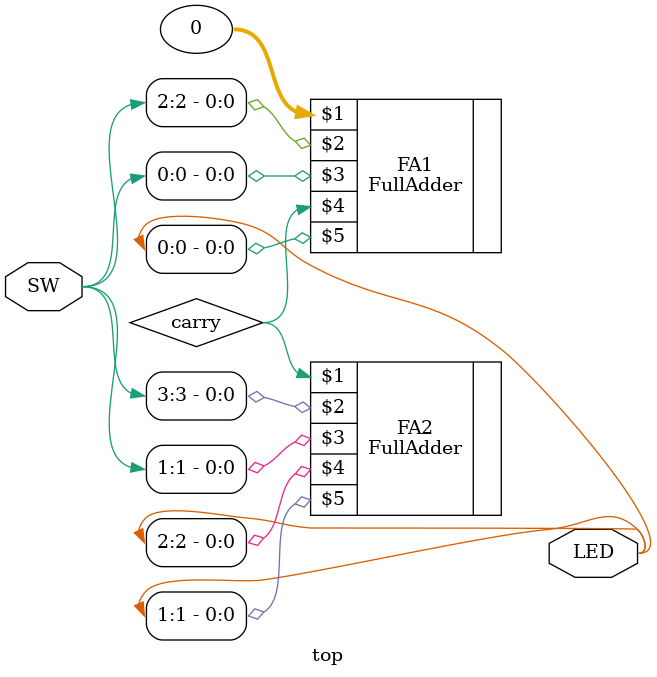
<source format=v>
`timescale 1ns / 1ps


module top(
    output [3:0] LED,
    input [3:0] SW
    );
    wire carry;
    FullAdder FA1(0, SW[2], SW[0], carry, LED[0]);
    FullAdder FA2(carry, SW[3], SW[1], LED[2], LED[1]);
    
endmodule

</source>
